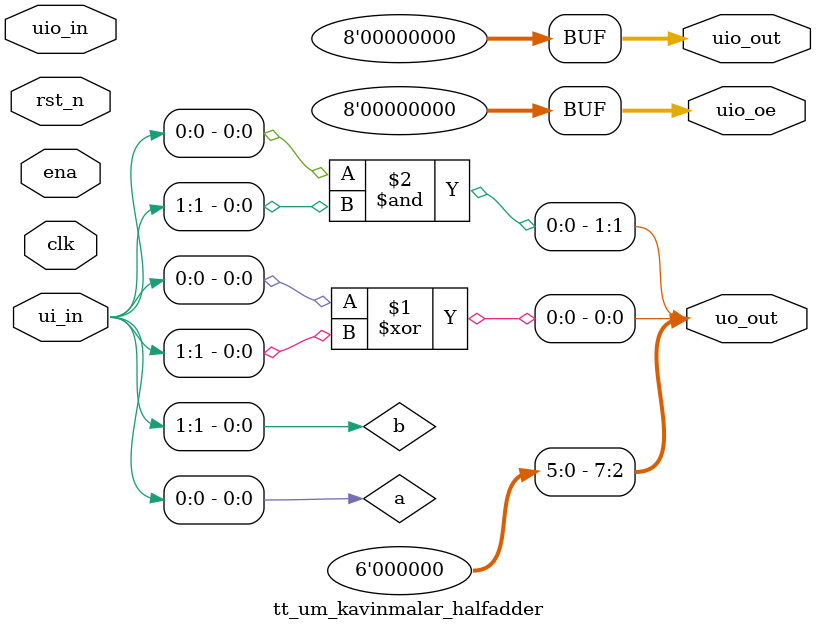
<source format=v>
module tt_um_kavinmalar_halfadder (
    input  wire [7:0] ui_in,    // Dedicated inputs
    output wire [7:0] uo_out,   // Dedicated outputs
    input  wire [7:0] uio_in,   // IOs: input path
    output wire [7:0] uio_out,  // IOs: output path
    output wire [7:0] uio_oe,   // IOs: enable path (0 = input, 1 = output)

    input  wire clk,            // clock
    input  wire rst_n,          // reset (active low)
    input  wire ena             // enable
);

    // Half adder logic
    wire a = ui_in[0];
    wire b = ui_in[1];

    assign uo_out[0] = a ^ b;   // Sum
    assign uo_out[1] = a & b;   // Carry

    // Leave unused outputs as 0
    assign uo_out[7:2] = 6'b0;

    // No bidirectional IOs used
    assign uio_out = 8'b0;
    assign uio_oe  = 8'b0;

endmodule

</source>
